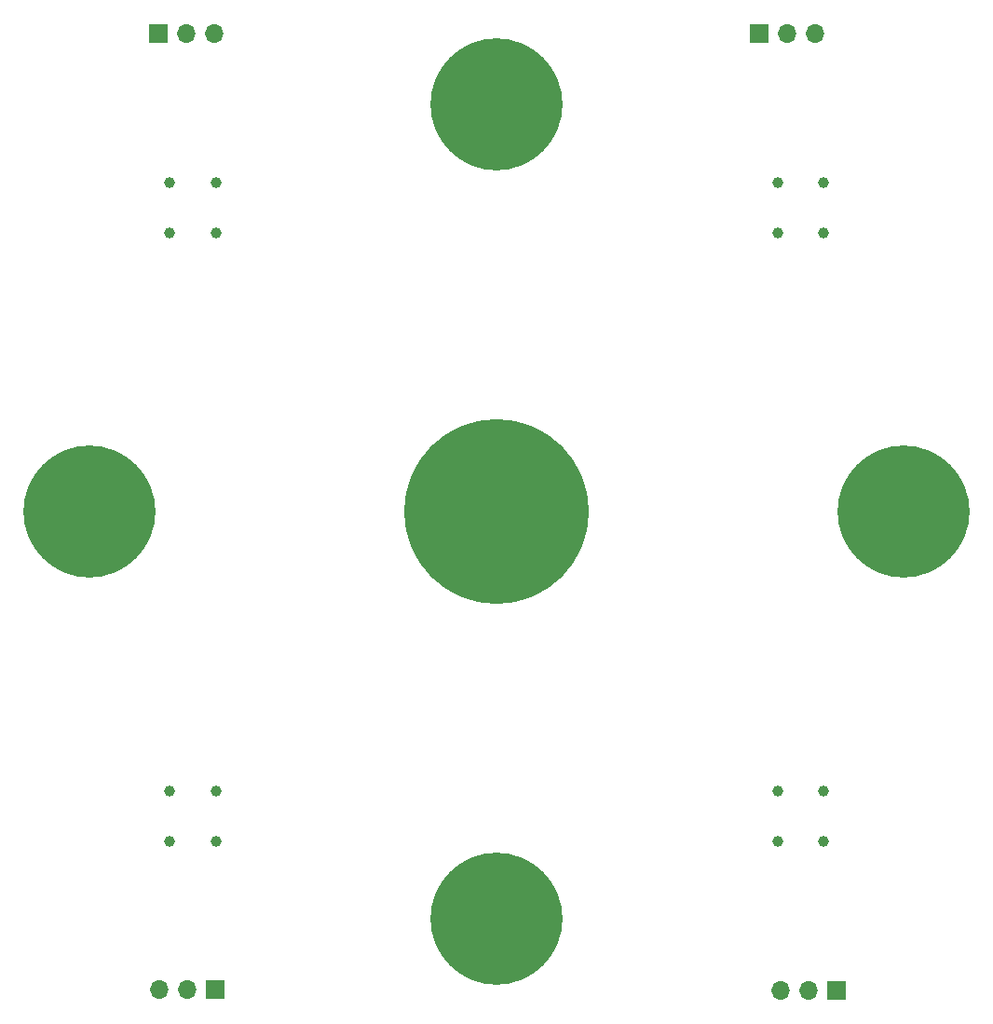
<source format=gbr>
%TF.GenerationSoftware,KiCad,Pcbnew,7.0.5-0*%
%TF.CreationDate,2023-07-05T09:37:03-04:00*%
%TF.ProjectId,quad_sipm,71756164-5f73-4697-906d-2e6b69636164,rev?*%
%TF.SameCoordinates,Original*%
%TF.FileFunction,Soldermask,Top*%
%TF.FilePolarity,Negative*%
%FSLAX46Y46*%
G04 Gerber Fmt 4.6, Leading zero omitted, Abs format (unit mm)*
G04 Created by KiCad (PCBNEW 7.0.5-0) date 2023-07-05 09:37:03*
%MOMM*%
%LPD*%
G01*
G04 APERTURE LIST*
%ADD10C,16.800000*%
%ADD11C,12.000000*%
%ADD12C,1.000000*%
%ADD13R,1.700000X1.700000*%
%ADD14O,1.700000X1.700000*%
G04 APERTURE END LIST*
D10*
%TO.C,H2*%
X100000000Y-100000000D03*
%TD*%
D11*
%TO.C,H3*%
X100000000Y-137000000D03*
%TD*%
%TO.C,H4*%
X137000000Y-100000000D03*
%TD*%
%TO.C,H5*%
X63000000Y-100000000D03*
%TD*%
%TO.C,H1*%
X100000000Y-63000000D03*
%TD*%
D12*
%TO.C,D1*%
X125535000Y-129935000D03*
X129735000Y-129935000D03*
X125535000Y-125335000D03*
X129735000Y-125335000D03*
%TD*%
%TO.C,D2*%
X70290000Y-129935000D03*
X74490000Y-129935000D03*
X70290000Y-125335000D03*
X74490000Y-125335000D03*
%TD*%
%TO.C,D4*%
X74490000Y-70090000D03*
X70290000Y-70090000D03*
X74490000Y-74690000D03*
X70290000Y-74690000D03*
%TD*%
%TO.C,D3*%
X129735000Y-70090000D03*
X125535000Y-70090000D03*
X129735000Y-74690000D03*
X125535000Y-74690000D03*
%TD*%
D13*
%TO.C,J1*%
X130855000Y-143465000D03*
D14*
X128315000Y-143465000D03*
X125775000Y-143465000D03*
%TD*%
D13*
%TO.C,J3*%
X123825000Y-56515000D03*
D14*
X126365000Y-56515000D03*
X128905000Y-56515000D03*
%TD*%
D13*
%TO.C,J4*%
X69215000Y-56515000D03*
D14*
X71755000Y-56515000D03*
X74295000Y-56515000D03*
%TD*%
D13*
%TO.C,J2*%
X74385000Y-143420000D03*
D14*
X71845000Y-143420000D03*
X69305000Y-143420000D03*
%TD*%
M02*

</source>
